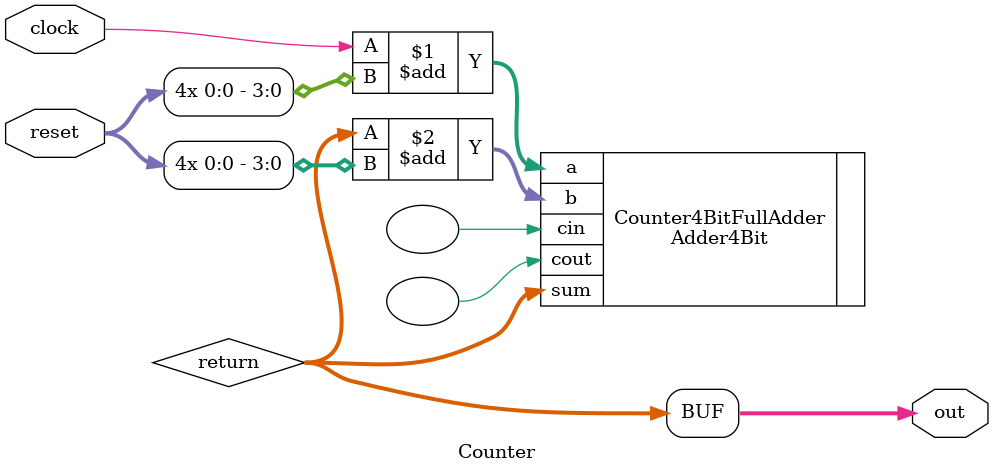
<source format=v>
/*
 * 4 bit Counter 
 * ================
 *
 * A simple 4 bit Counter Example
 *
 */

module Counter (
    input clock,  // Declare input port for clock to ensure counter can count
    input reset,  // Declare input port for reset to set the output to 0000 when counter reaches 5'b10000
    output [3:0] out  // Declare 4-bit output port for output Counter value 
);

	wire [3:0] return;

// Instantiate full adders for bits 0 to 3
    Adder4Bit Counter4BitFullAdder (
        .cin (           ),
        .a   (clock + {(4){reset}}),
        .b   (return[3:0] + {(4){reset}}),
        .sum (return[3:0]), 
		  .cout(          )
    );
	 
	 assign out[3:0] = return[3:0];
	 
endmodule
</source>
